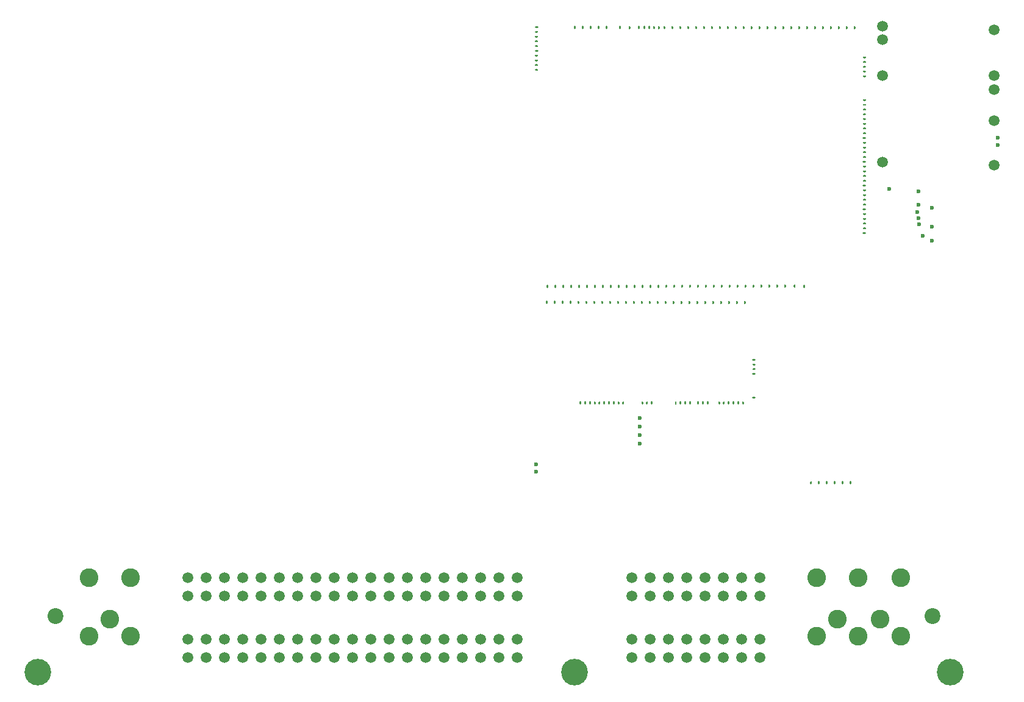
<source format=gbs>
G04 #@! TF.GenerationSoftware,KiCad,Pcbnew,8.0.6-8.0.6-0~ubuntu22.04.1*
G04 #@! TF.CreationDate,2024-11-07T20:55:43+00:00*
G04 #@! TF.ProjectId,lowimp121,6c6f7769-6d70-4313-9231-2e6b69636164,d*
G04 #@! TF.SameCoordinates,PX754d4c0PYd09dc30*
G04 #@! TF.FileFunction,Soldermask,Bot*
G04 #@! TF.FilePolarity,Negative*
%FSLAX46Y46*%
G04 Gerber Fmt 4.6, Leading zero omitted, Abs format (unit mm)*
G04 Created by KiCad (PCBNEW 8.0.6-8.0.6-0~ubuntu22.04.1) date 2024-11-07 20:55:43*
%MOMM*%
%LPD*%
G01*
G04 APERTURE LIST*
%ADD10C,3.700000*%
%ADD11C,2.200000*%
%ADD12C,2.600000*%
%ADD13C,1.500000*%
%ADD14C,0.600000*%
%ADD15C,0.599999*%
G04 APERTURE END LIST*
G04 #@! TO.C,M3*
G36*
G01*
X119104448Y50467198D02*
X118854448Y50467198D01*
G75*
G02*
X118729448Y50592198I0J125000D01*
G01*
X118729448Y50592198D01*
G75*
G02*
X118854448Y50717198I125000J0D01*
G01*
X119104448Y50717198D01*
G75*
G02*
X119229448Y50592198I0J-125000D01*
G01*
X119229448Y50592198D01*
G75*
G02*
X119104448Y50467198I-125000J0D01*
G01*
G37*
G36*
G01*
X119104448Y49807197D02*
X118854448Y49807197D01*
G75*
G02*
X118729448Y49932197I0J125000D01*
G01*
X118729448Y49932197D01*
G75*
G02*
X118854448Y50057197I125000J0D01*
G01*
X119104448Y50057197D01*
G75*
G02*
X119229448Y49932197I0J-125000D01*
G01*
X119229448Y49932197D01*
G75*
G02*
X119104448Y49807197I-125000J0D01*
G01*
G37*
G36*
G01*
X119104448Y49147196D02*
X118854448Y49147196D01*
G75*
G02*
X118729448Y49272196I0J125000D01*
G01*
X118729448Y49272196D01*
G75*
G02*
X118854448Y49397196I125000J0D01*
G01*
X119104448Y49397196D01*
G75*
G02*
X119229448Y49272196I0J-125000D01*
G01*
X119229448Y49272196D01*
G75*
G02*
X119104448Y49147196I-125000J0D01*
G01*
G37*
G36*
G01*
X119104448Y48487195D02*
X118854448Y48487195D01*
G75*
G02*
X118729448Y48612195I0J125000D01*
G01*
X118729448Y48612195D01*
G75*
G02*
X118854448Y48737195I125000J0D01*
G01*
X119104448Y48737195D01*
G75*
G02*
X119229448Y48612195I0J-125000D01*
G01*
X119229448Y48612195D01*
G75*
G02*
X119104448Y48487195I-125000J0D01*
G01*
G37*
G36*
G01*
X119104448Y45187188D02*
X118854448Y45187188D01*
G75*
G02*
X118729448Y45312188I0J125000D01*
G01*
X118729448Y45312188D01*
G75*
G02*
X118854448Y45437188I125000J0D01*
G01*
X119104448Y45437188D01*
G75*
G02*
X119229448Y45312188I0J-125000D01*
G01*
X119229448Y45312188D01*
G75*
G02*
X119104448Y45187188I-125000J0D01*
G01*
G37*
G36*
G01*
X90334446Y58685991D02*
X90334446Y58435991D01*
G75*
G02*
X90209446Y58310991I-125000J0D01*
G01*
X90209446Y58310991D01*
G75*
G02*
X90084446Y58435991I0J125000D01*
G01*
X90084446Y58685991D01*
G75*
G02*
X90209446Y58810991I125000J0D01*
G01*
X90209446Y58810991D01*
G75*
G02*
X90334446Y58685991I0J-125000D01*
G01*
G37*
G36*
G01*
X91184450Y58435991D02*
X91184450Y58685991D01*
G75*
G02*
X91309450Y58810991I125000J0D01*
G01*
X91309450Y58810991D01*
G75*
G02*
X91434450Y58685991I0J-125000D01*
G01*
X91434450Y58435991D01*
G75*
G02*
X91309450Y58310991I-125000J0D01*
G01*
X91309450Y58310991D01*
G75*
G02*
X91184450Y58435991I0J125000D01*
G01*
G37*
G36*
G01*
X92284451Y58435991D02*
X92284451Y58685991D01*
G75*
G02*
X92409451Y58810991I125000J0D01*
G01*
X92409451Y58810991D01*
G75*
G02*
X92534451Y58685991I0J-125000D01*
G01*
X92534451Y58435991D01*
G75*
G02*
X92409451Y58310991I-125000J0D01*
G01*
X92409451Y58310991D01*
G75*
G02*
X92284451Y58435991I0J125000D01*
G01*
G37*
G36*
G01*
X93384448Y58435991D02*
X93384448Y58685991D01*
G75*
G02*
X93509448Y58810991I125000J0D01*
G01*
X93509448Y58810991D01*
G75*
G02*
X93634448Y58685991I0J-125000D01*
G01*
X93634448Y58435991D01*
G75*
G02*
X93509448Y58310991I-125000J0D01*
G01*
X93509448Y58310991D01*
G75*
G02*
X93384448Y58435991I0J125000D01*
G01*
G37*
G36*
G01*
X94484446Y58435991D02*
X94484446Y58685991D01*
G75*
G02*
X94609446Y58810991I125000J0D01*
G01*
X94609446Y58810991D01*
G75*
G02*
X94734446Y58685991I0J-125000D01*
G01*
X94734446Y58435991D01*
G75*
G02*
X94609446Y58310991I-125000J0D01*
G01*
X94609446Y58310991D01*
G75*
G02*
X94484446Y58435991I0J125000D01*
G01*
G37*
G36*
G01*
X95584444Y58435991D02*
X95584444Y58685991D01*
G75*
G02*
X95709444Y58810991I125000J0D01*
G01*
X95709444Y58810991D01*
G75*
G02*
X95834444Y58685991I0J-125000D01*
G01*
X95834444Y58435991D01*
G75*
G02*
X95709444Y58310991I-125000J0D01*
G01*
X95709444Y58310991D01*
G75*
G02*
X95584444Y58435991I0J125000D01*
G01*
G37*
G36*
G01*
X96684442Y58435991D02*
X96684442Y58685991D01*
G75*
G02*
X96809442Y58810991I125000J0D01*
G01*
X96809442Y58810991D01*
G75*
G02*
X96934442Y58685991I0J-125000D01*
G01*
X96934442Y58435991D01*
G75*
G02*
X96809442Y58310991I-125000J0D01*
G01*
X96809442Y58310991D01*
G75*
G02*
X96684442Y58435991I0J125000D01*
G01*
G37*
G36*
G01*
X97784440Y58435991D02*
X97784440Y58685991D01*
G75*
G02*
X97909440Y58810991I125000J0D01*
G01*
X97909440Y58810991D01*
G75*
G02*
X98034440Y58685991I0J-125000D01*
G01*
X98034440Y58435991D01*
G75*
G02*
X97909440Y58310991I-125000J0D01*
G01*
X97909440Y58310991D01*
G75*
G02*
X97784440Y58435991I0J125000D01*
G01*
G37*
G36*
G01*
X98884437Y58435991D02*
X98884437Y58685991D01*
G75*
G02*
X99009437Y58810991I125000J0D01*
G01*
X99009437Y58810991D01*
G75*
G02*
X99134437Y58685991I0J-125000D01*
G01*
X99134437Y58435991D01*
G75*
G02*
X99009437Y58310991I-125000J0D01*
G01*
X99009437Y58310991D01*
G75*
G02*
X98884437Y58435991I0J125000D01*
G01*
G37*
G36*
G01*
X99984435Y58435991D02*
X99984435Y58685991D01*
G75*
G02*
X100109435Y58810991I125000J0D01*
G01*
X100109435Y58810991D01*
G75*
G02*
X100234435Y58685991I0J-125000D01*
G01*
X100234435Y58435991D01*
G75*
G02*
X100109435Y58310991I-125000J0D01*
G01*
X100109435Y58310991D01*
G75*
G02*
X99984435Y58435991I0J125000D01*
G01*
G37*
G36*
G01*
X101084433Y58435991D02*
X101084433Y58685991D01*
G75*
G02*
X101209433Y58810991I125000J0D01*
G01*
X101209433Y58810991D01*
G75*
G02*
X101334433Y58685991I0J-125000D01*
G01*
X101334433Y58435991D01*
G75*
G02*
X101209433Y58310991I-125000J0D01*
G01*
X101209433Y58310991D01*
G75*
G02*
X101084433Y58435991I0J125000D01*
G01*
G37*
G36*
G01*
X102184431Y58435991D02*
X102184431Y58685991D01*
G75*
G02*
X102309431Y58810991I125000J0D01*
G01*
X102309431Y58810991D01*
G75*
G02*
X102434431Y58685991I0J-125000D01*
G01*
X102434431Y58435991D01*
G75*
G02*
X102309431Y58310991I-125000J0D01*
G01*
X102309431Y58310991D01*
G75*
G02*
X102184431Y58435991I0J125000D01*
G01*
G37*
G36*
G01*
X103284429Y58435991D02*
X103284429Y58685991D01*
G75*
G02*
X103409429Y58810991I125000J0D01*
G01*
X103409429Y58810991D01*
G75*
G02*
X103534429Y58685991I0J-125000D01*
G01*
X103534429Y58435991D01*
G75*
G02*
X103409429Y58310991I-125000J0D01*
G01*
X103409429Y58310991D01*
G75*
G02*
X103284429Y58435991I0J125000D01*
G01*
G37*
G36*
G01*
X104384426Y58435991D02*
X104384426Y58685991D01*
G75*
G02*
X104509426Y58810991I125000J0D01*
G01*
X104509426Y58810991D01*
G75*
G02*
X104634426Y58685991I0J-125000D01*
G01*
X104634426Y58435991D01*
G75*
G02*
X104509426Y58310991I-125000J0D01*
G01*
X104509426Y58310991D01*
G75*
G02*
X104384426Y58435991I0J125000D01*
G01*
G37*
G36*
G01*
X105484424Y58435991D02*
X105484424Y58685991D01*
G75*
G02*
X105609424Y58810991I125000J0D01*
G01*
X105609424Y58810991D01*
G75*
G02*
X105734424Y58685991I0J-125000D01*
G01*
X105734424Y58435991D01*
G75*
G02*
X105609424Y58310991I-125000J0D01*
G01*
X105609424Y58310991D01*
G75*
G02*
X105484424Y58435991I0J125000D01*
G01*
G37*
G36*
G01*
X106584422Y58435991D02*
X106584422Y58685991D01*
G75*
G02*
X106709422Y58810991I125000J0D01*
G01*
X106709422Y58810991D01*
G75*
G02*
X106834422Y58685991I0J-125000D01*
G01*
X106834422Y58435991D01*
G75*
G02*
X106709422Y58310991I-125000J0D01*
G01*
X106709422Y58310991D01*
G75*
G02*
X106584422Y58435991I0J125000D01*
G01*
G37*
G36*
G01*
X107684420Y58435991D02*
X107684420Y58685991D01*
G75*
G02*
X107809420Y58810991I125000J0D01*
G01*
X107809420Y58810991D01*
G75*
G02*
X107934420Y58685991I0J-125000D01*
G01*
X107934420Y58435991D01*
G75*
G02*
X107809420Y58310991I-125000J0D01*
G01*
X107809420Y58310991D01*
G75*
G02*
X107684420Y58435991I0J125000D01*
G01*
G37*
G36*
G01*
X108784418Y58435991D02*
X108784418Y58685991D01*
G75*
G02*
X108909418Y58810991I125000J0D01*
G01*
X108909418Y58810991D01*
G75*
G02*
X109034418Y58685991I0J-125000D01*
G01*
X109034418Y58435991D01*
G75*
G02*
X108909418Y58310991I-125000J0D01*
G01*
X108909418Y58310991D01*
G75*
G02*
X108784418Y58435991I0J125000D01*
G01*
G37*
G36*
G01*
X109884415Y58435991D02*
X109884415Y58685991D01*
G75*
G02*
X110009415Y58810991I125000J0D01*
G01*
X110009415Y58810991D01*
G75*
G02*
X110134415Y58685991I0J-125000D01*
G01*
X110134415Y58435991D01*
G75*
G02*
X110009415Y58310991I-125000J0D01*
G01*
X110009415Y58310991D01*
G75*
G02*
X109884415Y58435991I0J125000D01*
G01*
G37*
G36*
G01*
X110984413Y58435991D02*
X110984413Y58685991D01*
G75*
G02*
X111109413Y58810991I125000J0D01*
G01*
X111109413Y58810991D01*
G75*
G02*
X111234413Y58685991I0J-125000D01*
G01*
X111234413Y58435991D01*
G75*
G02*
X111109413Y58310991I-125000J0D01*
G01*
X111109413Y58310991D01*
G75*
G02*
X110984413Y58435991I0J125000D01*
G01*
G37*
G36*
G01*
X112084411Y58435991D02*
X112084411Y58685991D01*
G75*
G02*
X112209411Y58810991I125000J0D01*
G01*
X112209411Y58810991D01*
G75*
G02*
X112334411Y58685991I0J-125000D01*
G01*
X112334411Y58435991D01*
G75*
G02*
X112209411Y58310991I-125000J0D01*
G01*
X112209411Y58310991D01*
G75*
G02*
X112084411Y58435991I0J125000D01*
G01*
G37*
G36*
G01*
X113184409Y58435991D02*
X113184409Y58685991D01*
G75*
G02*
X113309409Y58810991I125000J0D01*
G01*
X113309409Y58810991D01*
G75*
G02*
X113434409Y58685991I0J-125000D01*
G01*
X113434409Y58435991D01*
G75*
G02*
X113309409Y58310991I-125000J0D01*
G01*
X113309409Y58310991D01*
G75*
G02*
X113184409Y58435991I0J125000D01*
G01*
G37*
G36*
G01*
X114284407Y58435991D02*
X114284407Y58685991D01*
G75*
G02*
X114409407Y58810991I125000J0D01*
G01*
X114409407Y58810991D01*
G75*
G02*
X114534407Y58685991I0J-125000D01*
G01*
X114534407Y58435991D01*
G75*
G02*
X114409407Y58310991I-125000J0D01*
G01*
X114409407Y58310991D01*
G75*
G02*
X114284407Y58435991I0J125000D01*
G01*
G37*
G36*
G01*
X115384404Y58435991D02*
X115384404Y58685991D01*
G75*
G02*
X115509404Y58810991I125000J0D01*
G01*
X115509404Y58810991D01*
G75*
G02*
X115634404Y58685991I0J-125000D01*
G01*
X115634404Y58435991D01*
G75*
G02*
X115509404Y58310991I-125000J0D01*
G01*
X115509404Y58310991D01*
G75*
G02*
X115384404Y58435991I0J125000D01*
G01*
G37*
G36*
G01*
X116484402Y58435991D02*
X116484402Y58685991D01*
G75*
G02*
X116609402Y58810991I125000J0D01*
G01*
X116609402Y58810991D01*
G75*
G02*
X116734402Y58685991I0J-125000D01*
G01*
X116734402Y58435991D01*
G75*
G02*
X116609402Y58310991I-125000J0D01*
G01*
X116609402Y58310991D01*
G75*
G02*
X116484402Y58435991I0J125000D01*
G01*
G37*
G36*
G01*
X117584400Y58435991D02*
X117584400Y58685991D01*
G75*
G02*
X117709400Y58810991I125000J0D01*
G01*
X117709400Y58810991D01*
G75*
G02*
X117834400Y58685991I0J-125000D01*
G01*
X117834400Y58435991D01*
G75*
G02*
X117709400Y58310991I-125000J0D01*
G01*
X117709400Y58310991D01*
G75*
G02*
X117584400Y58435991I0J125000D01*
G01*
G37*
G36*
G01*
X117333456Y44473992D02*
X117333456Y44723992D01*
G75*
G02*
X117458456Y44848992I125000J0D01*
G01*
X117458456Y44848992D01*
G75*
G02*
X117583456Y44723992I0J-125000D01*
G01*
X117583456Y44473992D01*
G75*
G02*
X117458456Y44348992I-125000J0D01*
G01*
X117458456Y44348992D01*
G75*
G02*
X117333456Y44473992I0J125000D01*
G01*
G37*
G36*
G01*
X116673454Y44473992D02*
X116673454Y44723992D01*
G75*
G02*
X116798454Y44848992I125000J0D01*
G01*
X116798454Y44848992D01*
G75*
G02*
X116923454Y44723992I0J-125000D01*
G01*
X116923454Y44473992D01*
G75*
G02*
X116798454Y44348992I-125000J0D01*
G01*
X116798454Y44348992D01*
G75*
G02*
X116673454Y44473992I0J125000D01*
G01*
G37*
G36*
G01*
X116013453Y44473992D02*
X116013453Y44723992D01*
G75*
G02*
X116138453Y44848992I125000J0D01*
G01*
X116138453Y44848992D01*
G75*
G02*
X116263453Y44723992I0J-125000D01*
G01*
X116263453Y44473992D01*
G75*
G02*
X116138453Y44348992I-125000J0D01*
G01*
X116138453Y44348992D01*
G75*
G02*
X116013453Y44473992I0J125000D01*
G01*
G37*
G36*
G01*
X115353452Y44473992D02*
X115353452Y44723992D01*
G75*
G02*
X115478452Y44848992I125000J0D01*
G01*
X115478452Y44848992D01*
G75*
G02*
X115603452Y44723992I0J-125000D01*
G01*
X115603452Y44473992D01*
G75*
G02*
X115478452Y44348992I-125000J0D01*
G01*
X115478452Y44348992D01*
G75*
G02*
X115353452Y44473992I0J125000D01*
G01*
G37*
G36*
G01*
X114693451Y44473992D02*
X114693451Y44723992D01*
G75*
G02*
X114818451Y44848992I125000J0D01*
G01*
X114818451Y44848992D01*
G75*
G02*
X114943451Y44723992I0J-125000D01*
G01*
X114943451Y44473992D01*
G75*
G02*
X114818451Y44348992I-125000J0D01*
G01*
X114818451Y44348992D01*
G75*
G02*
X114693451Y44473992I0J125000D01*
G01*
G37*
G36*
G01*
X114033449Y44473992D02*
X114033449Y44723992D01*
G75*
G02*
X114158449Y44848992I125000J0D01*
G01*
X114158449Y44848992D01*
G75*
G02*
X114283449Y44723992I0J-125000D01*
G01*
X114283449Y44473992D01*
G75*
G02*
X114158449Y44348992I-125000J0D01*
G01*
X114158449Y44348992D01*
G75*
G02*
X114033449Y44473992I0J125000D01*
G01*
G37*
G36*
G01*
X112432452Y44473992D02*
X112432452Y44723992D01*
G75*
G02*
X112557452Y44848992I125000J0D01*
G01*
X112557452Y44848992D01*
G75*
G02*
X112682452Y44723992I0J-125000D01*
G01*
X112682452Y44473992D01*
G75*
G02*
X112557452Y44348992I-125000J0D01*
G01*
X112557452Y44348992D01*
G75*
G02*
X112432452Y44473992I0J125000D01*
G01*
G37*
G36*
G01*
X111772451Y44473992D02*
X111772451Y44723992D01*
G75*
G02*
X111897451Y44848992I125000J0D01*
G01*
X111897451Y44848992D01*
G75*
G02*
X112022451Y44723992I0J-125000D01*
G01*
X112022451Y44473992D01*
G75*
G02*
X111897451Y44348992I-125000J0D01*
G01*
X111897451Y44348992D01*
G75*
G02*
X111772451Y44473992I0J125000D01*
G01*
G37*
G36*
G01*
X111112449Y44473992D02*
X111112449Y44723992D01*
G75*
G02*
X111237449Y44848992I125000J0D01*
G01*
X111237449Y44848992D01*
G75*
G02*
X111362449Y44723992I0J-125000D01*
G01*
X111362449Y44473992D01*
G75*
G02*
X111237449Y44348992I-125000J0D01*
G01*
X111237449Y44348992D01*
G75*
G02*
X111112449Y44473992I0J125000D01*
G01*
G37*
G36*
G01*
X109991550Y44473992D02*
X109991550Y44723992D01*
G75*
G02*
X110116550Y44848992I125000J0D01*
G01*
X110116550Y44848992D01*
G75*
G02*
X110241550Y44723992I0J-125000D01*
G01*
X110241550Y44473992D01*
G75*
G02*
X110116550Y44348992I-125000J0D01*
G01*
X110116550Y44348992D01*
G75*
G02*
X109991550Y44473992I0J125000D01*
G01*
G37*
G36*
G01*
X109331549Y44473992D02*
X109331549Y44723992D01*
G75*
G02*
X109456549Y44848992I125000J0D01*
G01*
X109456549Y44848992D01*
G75*
G02*
X109581549Y44723992I0J-125000D01*
G01*
X109581549Y44473992D01*
G75*
G02*
X109456549Y44348992I-125000J0D01*
G01*
X109456549Y44348992D01*
G75*
G02*
X109331549Y44473992I0J125000D01*
G01*
G37*
G36*
G01*
X108671548Y44473992D02*
X108671548Y44723992D01*
G75*
G02*
X108796548Y44848992I125000J0D01*
G01*
X108796548Y44848992D01*
G75*
G02*
X108921548Y44723992I0J-125000D01*
G01*
X108921548Y44473992D01*
G75*
G02*
X108796548Y44348992I-125000J0D01*
G01*
X108796548Y44348992D01*
G75*
G02*
X108671548Y44473992I0J125000D01*
G01*
G37*
G36*
G01*
X108011546Y44473992D02*
X108011546Y44723992D01*
G75*
G02*
X108136546Y44848992I125000J0D01*
G01*
X108136546Y44848992D01*
G75*
G02*
X108261546Y44723992I0J-125000D01*
G01*
X108261546Y44473992D01*
G75*
G02*
X108136546Y44348992I-125000J0D01*
G01*
X108136546Y44348992D01*
G75*
G02*
X108011546Y44473992I0J125000D01*
G01*
G37*
G36*
G01*
X104685452Y44473992D02*
X104685452Y44723992D01*
G75*
G02*
X104810452Y44848992I125000J0D01*
G01*
X104810452Y44848992D01*
G75*
G02*
X104935452Y44723992I0J-125000D01*
G01*
X104935452Y44473992D01*
G75*
G02*
X104810452Y44348992I-125000J0D01*
G01*
X104810452Y44348992D01*
G75*
G02*
X104685452Y44473992I0J125000D01*
G01*
G37*
G36*
G01*
X104025451Y44473992D02*
X104025451Y44723992D01*
G75*
G02*
X104150451Y44848992I125000J0D01*
G01*
X104150451Y44848992D01*
G75*
G02*
X104275451Y44723992I0J-125000D01*
G01*
X104275451Y44473992D01*
G75*
G02*
X104150451Y44348992I-125000J0D01*
G01*
X104150451Y44348992D01*
G75*
G02*
X104025451Y44473992I0J125000D01*
G01*
G37*
G36*
G01*
X103365449Y44473992D02*
X103365449Y44723992D01*
G75*
G02*
X103490449Y44848992I125000J0D01*
G01*
X103490449Y44848992D01*
G75*
G02*
X103615449Y44723992I0J-125000D01*
G01*
X103615449Y44473992D01*
G75*
G02*
X103490449Y44348992I-125000J0D01*
G01*
X103490449Y44348992D01*
G75*
G02*
X103365449Y44473992I0J125000D01*
G01*
G37*
G36*
G01*
X100719458Y44473992D02*
X100719458Y44723992D01*
G75*
G02*
X100844458Y44848992I125000J0D01*
G01*
X100844458Y44848992D01*
G75*
G02*
X100969458Y44723992I0J-125000D01*
G01*
X100969458Y44473992D01*
G75*
G02*
X100844458Y44348992I-125000J0D01*
G01*
X100844458Y44348992D01*
G75*
G02*
X100719458Y44473992I0J125000D01*
G01*
G37*
G36*
G01*
X100059457Y44473992D02*
X100059457Y44723992D01*
G75*
G02*
X100184457Y44848992I125000J0D01*
G01*
X100184457Y44848992D01*
G75*
G02*
X100309457Y44723992I0J-125000D01*
G01*
X100309457Y44473992D01*
G75*
G02*
X100184457Y44348992I-125000J0D01*
G01*
X100184457Y44348992D01*
G75*
G02*
X100059457Y44473992I0J125000D01*
G01*
G37*
G36*
G01*
X99399455Y44473992D02*
X99399455Y44723992D01*
G75*
G02*
X99524455Y44848992I125000J0D01*
G01*
X99524455Y44848992D01*
G75*
G02*
X99649455Y44723992I0J-125000D01*
G01*
X99649455Y44473992D01*
G75*
G02*
X99524455Y44348992I-125000J0D01*
G01*
X99524455Y44348992D01*
G75*
G02*
X99399455Y44473992I0J125000D01*
G01*
G37*
G36*
G01*
X98739454Y44473992D02*
X98739454Y44723992D01*
G75*
G02*
X98864454Y44848992I125000J0D01*
G01*
X98864454Y44848992D01*
G75*
G02*
X98989454Y44723992I0J-125000D01*
G01*
X98989454Y44473992D01*
G75*
G02*
X98864454Y44348992I-125000J0D01*
G01*
X98864454Y44348992D01*
G75*
G02*
X98739454Y44473992I0J125000D01*
G01*
G37*
G36*
G01*
X98079453Y44473992D02*
X98079453Y44723992D01*
G75*
G02*
X98204453Y44848992I125000J0D01*
G01*
X98204453Y44848992D01*
G75*
G02*
X98329453Y44723992I0J-125000D01*
G01*
X98329453Y44473992D01*
G75*
G02*
X98204453Y44348992I-125000J0D01*
G01*
X98204453Y44348992D01*
G75*
G02*
X98079453Y44473992I0J125000D01*
G01*
G37*
G36*
G01*
X97419452Y44473992D02*
X97419452Y44723992D01*
G75*
G02*
X97544452Y44848992I125000J0D01*
G01*
X97544452Y44848992D01*
G75*
G02*
X97669452Y44723992I0J-125000D01*
G01*
X97669452Y44473992D01*
G75*
G02*
X97544452Y44348992I-125000J0D01*
G01*
X97544452Y44348992D01*
G75*
G02*
X97419452Y44473992I0J125000D01*
G01*
G37*
G36*
G01*
X96759450Y44473992D02*
X96759450Y44723992D01*
G75*
G02*
X96884450Y44848992I125000J0D01*
G01*
X96884450Y44848992D01*
G75*
G02*
X97009450Y44723992I0J-125000D01*
G01*
X97009450Y44473992D01*
G75*
G02*
X96884450Y44348992I-125000J0D01*
G01*
X96884450Y44348992D01*
G75*
G02*
X96759450Y44473992I0J125000D01*
G01*
G37*
G36*
G01*
X96099449Y44473992D02*
X96099449Y44723992D01*
G75*
G02*
X96224449Y44848992I125000J0D01*
G01*
X96224449Y44848992D01*
G75*
G02*
X96349449Y44723992I0J-125000D01*
G01*
X96349449Y44473992D01*
G75*
G02*
X96224449Y44348992I-125000J0D01*
G01*
X96224449Y44348992D01*
G75*
G02*
X96099449Y44473992I0J125000D01*
G01*
G37*
G36*
G01*
X95439448Y44473992D02*
X95439448Y44723992D01*
G75*
G02*
X95564448Y44848992I125000J0D01*
G01*
X95564448Y44848992D01*
G75*
G02*
X95689448Y44723992I0J-125000D01*
G01*
X95689448Y44473992D01*
G75*
G02*
X95564448Y44348992I-125000J0D01*
G01*
X95564448Y44348992D01*
G75*
G02*
X95439448Y44473992I0J125000D01*
G01*
G37*
G36*
G01*
X94779446Y44473992D02*
X94779446Y44723992D01*
G75*
G02*
X94904446Y44848992I125000J0D01*
G01*
X94904446Y44848992D01*
G75*
G02*
X95029446Y44723992I0J-125000D01*
G01*
X95029446Y44473992D01*
G75*
G02*
X94904446Y44348992I-125000J0D01*
G01*
X94904446Y44348992D01*
G75*
G02*
X94779446Y44473992I0J125000D01*
G01*
G37*
G04 #@! TD*
D10*
G04 #@! TO.C,P2*
X146260000Y7210000D03*
D11*
X143810000Y15010000D03*
D10*
X94060000Y7210000D03*
D11*
X22010000Y15010000D03*
D10*
X19560000Y7210000D03*
D12*
X26660000Y12210000D03*
X32460000Y12210000D03*
X29560000Y14540000D03*
X26660000Y20340000D03*
X32460000Y20340000D03*
D13*
X86080000Y20340000D03*
X83540000Y20340000D03*
X81000000Y20340000D03*
X78460000Y20340000D03*
X75920000Y20340000D03*
X73380000Y20340000D03*
X70840000Y20340000D03*
X68300000Y20340000D03*
X65760000Y20340000D03*
X63220000Y20340000D03*
X60680000Y20340000D03*
X58140000Y20340000D03*
X55600000Y20340000D03*
X53060000Y20340000D03*
X50520000Y20340000D03*
X47980000Y20340000D03*
X45440000Y20340000D03*
X42900000Y20340000D03*
X40360000Y20340000D03*
X86080000Y17800000D03*
X83540000Y17800000D03*
X81000000Y17800000D03*
X78460000Y17800000D03*
X75920000Y17800000D03*
X73380000Y17800000D03*
X70840000Y17800000D03*
X68300000Y17800000D03*
X65760000Y17800000D03*
X63220000Y17800000D03*
X60680000Y17800000D03*
X58140000Y17800000D03*
X55600000Y17800000D03*
X53060000Y17800000D03*
X50520000Y17800000D03*
X47980000Y17800000D03*
X45440000Y17800000D03*
X42900000Y17800000D03*
X40360000Y17800000D03*
X86080000Y11750000D03*
X83540000Y11750000D03*
X81000000Y11750000D03*
X78460000Y11750000D03*
X75920000Y11750000D03*
X73380000Y11750000D03*
X70840000Y11750000D03*
X68300000Y11750000D03*
X65760000Y11750000D03*
X63220000Y11750000D03*
X60680000Y11750000D03*
X58140000Y11750000D03*
X55600000Y11750000D03*
X53060000Y11750000D03*
X50520000Y11750000D03*
X47980000Y11750000D03*
X45440000Y11750000D03*
X42900000Y11750000D03*
X40360000Y11750000D03*
X86080000Y9210000D03*
X83540000Y9210000D03*
X81000000Y9210000D03*
X78460000Y9210000D03*
X75920000Y9210000D03*
X73380000Y9210000D03*
X70840000Y9210000D03*
X68300000Y9210000D03*
X65760000Y9210000D03*
X63220000Y9210000D03*
X60680000Y9210000D03*
X58140000Y9210000D03*
X55600000Y9210000D03*
X53060000Y9210000D03*
X50520000Y9210000D03*
X47980000Y9210000D03*
X45440000Y9210000D03*
X42900000Y9210000D03*
X40360000Y9210000D03*
X102050000Y9210000D03*
X104590000Y9210000D03*
X107130000Y9210000D03*
X109670000Y9210000D03*
X112210000Y9210000D03*
X114750000Y9210000D03*
X117290000Y9210000D03*
X119830000Y9210000D03*
X102050000Y11750000D03*
X104590000Y11750000D03*
X107130000Y11750000D03*
X109670000Y11750000D03*
X112210000Y11750000D03*
X114750000Y11750000D03*
X117290000Y11750000D03*
X119830000Y11750000D03*
X102050000Y17800000D03*
X104590000Y17800000D03*
X107130000Y17800000D03*
X109670000Y17800000D03*
X112210000Y17800000D03*
X114750000Y17800000D03*
X117290000Y17800000D03*
X119830000Y17800000D03*
X102050000Y20340000D03*
X104590000Y20340000D03*
X107130000Y20340000D03*
X109670000Y20340000D03*
X112210000Y20340000D03*
X114750000Y20340000D03*
X117290000Y20340000D03*
X119830000Y20340000D03*
D12*
X127660000Y12210000D03*
X133460000Y12210000D03*
X139360000Y12210000D03*
X130560000Y14540000D03*
X136460000Y14540000D03*
X127660000Y20340000D03*
X133460000Y20340000D03*
X139360000Y20340000D03*
G04 #@! TD*
G04 #@! TO.C,M4*
G36*
G01*
X134456444Y92486109D02*
X134206444Y92486109D01*
G75*
G02*
X134081444Y92611109I0J125000D01*
G01*
X134081444Y92611109D01*
G75*
G02*
X134206444Y92736109I125000J0D01*
G01*
X134456444Y92736109D01*
G75*
G02*
X134581444Y92611109I0J-125000D01*
G01*
X134581444Y92611109D01*
G75*
G02*
X134456444Y92486109I-125000J0D01*
G01*
G37*
G36*
G01*
X134206444Y92076111D02*
X134456444Y92076111D01*
G75*
G02*
X134581444Y91951111I0J-125000D01*
G01*
X134581444Y91951111D01*
G75*
G02*
X134456444Y91826111I-125000J0D01*
G01*
X134206444Y91826111D01*
G75*
G02*
X134081444Y91951111I0J125000D01*
G01*
X134081444Y91951111D01*
G75*
G02*
X134206444Y92076111I125000J0D01*
G01*
G37*
G36*
G01*
X134206444Y91416106D02*
X134456444Y91416106D01*
G75*
G02*
X134581444Y91291106I0J-125000D01*
G01*
X134581444Y91291106D01*
G75*
G02*
X134456444Y91166106I-125000J0D01*
G01*
X134206444Y91166106D01*
G75*
G02*
X134081444Y91291106I0J125000D01*
G01*
X134081444Y91291106D01*
G75*
G02*
X134206444Y91416106I125000J0D01*
G01*
G37*
G36*
G01*
X134206444Y90756111D02*
X134456444Y90756111D01*
G75*
G02*
X134581444Y90631111I0J-125000D01*
G01*
X134581444Y90631111D01*
G75*
G02*
X134456444Y90506111I-125000J0D01*
G01*
X134206444Y90506111D01*
G75*
G02*
X134081444Y90631111I0J125000D01*
G01*
X134081444Y90631111D01*
G75*
G02*
X134206444Y90756111I125000J0D01*
G01*
G37*
G36*
G01*
X134206444Y90096109D02*
X134456444Y90096109D01*
G75*
G02*
X134581444Y89971109I0J-125000D01*
G01*
X134581444Y89971109D01*
G75*
G02*
X134456444Y89846109I-125000J0D01*
G01*
X134206444Y89846109D01*
G75*
G02*
X134081444Y89971109I0J125000D01*
G01*
X134081444Y89971109D01*
G75*
G02*
X134206444Y90096109I125000J0D01*
G01*
G37*
G36*
G01*
X134206444Y86796108D02*
X134456444Y86796108D01*
G75*
G02*
X134581444Y86671108I0J-125000D01*
G01*
X134581444Y86671108D01*
G75*
G02*
X134456444Y86546108I-125000J0D01*
G01*
X134206444Y86546108D01*
G75*
G02*
X134081444Y86671108I0J125000D01*
G01*
X134081444Y86671108D01*
G75*
G02*
X134206444Y86796108I125000J0D01*
G01*
G37*
G36*
G01*
X134206444Y86136107D02*
X134456444Y86136107D01*
G75*
G02*
X134581444Y86011107I0J-125000D01*
G01*
X134581444Y86011107D01*
G75*
G02*
X134456444Y85886107I-125000J0D01*
G01*
X134206444Y85886107D01*
G75*
G02*
X134081444Y86011107I0J125000D01*
G01*
X134081444Y86011107D01*
G75*
G02*
X134206444Y86136107I125000J0D01*
G01*
G37*
G36*
G01*
X134206444Y85476105D02*
X134456444Y85476105D01*
G75*
G02*
X134581444Y85351105I0J-125000D01*
G01*
X134581444Y85351105D01*
G75*
G02*
X134456444Y85226105I-125000J0D01*
G01*
X134206444Y85226105D01*
G75*
G02*
X134081444Y85351105I0J125000D01*
G01*
X134081444Y85351105D01*
G75*
G02*
X134206444Y85476105I125000J0D01*
G01*
G37*
G36*
G01*
X134206444Y84816107D02*
X134456444Y84816107D01*
G75*
G02*
X134581444Y84691107I0J-125000D01*
G01*
X134581444Y84691107D01*
G75*
G02*
X134456444Y84566107I-125000J0D01*
G01*
X134206444Y84566107D01*
G75*
G02*
X134081444Y84691107I0J125000D01*
G01*
X134081444Y84691107D01*
G75*
G02*
X134206444Y84816107I125000J0D01*
G01*
G37*
G36*
G01*
X134206444Y84156105D02*
X134456444Y84156105D01*
G75*
G02*
X134581444Y84031105I0J-125000D01*
G01*
X134581444Y84031105D01*
G75*
G02*
X134456444Y83906105I-125000J0D01*
G01*
X134206444Y83906105D01*
G75*
G02*
X134081444Y84031105I0J125000D01*
G01*
X134081444Y84031105D01*
G75*
G02*
X134206444Y84156105I125000J0D01*
G01*
G37*
G36*
G01*
X134206444Y83496107D02*
X134456444Y83496107D01*
G75*
G02*
X134581444Y83371107I0J-125000D01*
G01*
X134581444Y83371107D01*
G75*
G02*
X134456444Y83246107I-125000J0D01*
G01*
X134206444Y83246107D01*
G75*
G02*
X134081444Y83371107I0J125000D01*
G01*
X134081444Y83371107D01*
G75*
G02*
X134206444Y83496107I125000J0D01*
G01*
G37*
G36*
G01*
X134206444Y82836106D02*
X134456444Y82836106D01*
G75*
G02*
X134581444Y82711106I0J-125000D01*
G01*
X134581444Y82711106D01*
G75*
G02*
X134456444Y82586106I-125000J0D01*
G01*
X134206444Y82586106D01*
G75*
G02*
X134081444Y82711106I0J125000D01*
G01*
X134081444Y82711106D01*
G75*
G02*
X134206444Y82836106I125000J0D01*
G01*
G37*
G36*
G01*
X134206444Y82176107D02*
X134456444Y82176107D01*
G75*
G02*
X134581444Y82051107I0J-125000D01*
G01*
X134581444Y82051107D01*
G75*
G02*
X134456444Y81926107I-125000J0D01*
G01*
X134206444Y81926107D01*
G75*
G02*
X134081444Y82051107I0J125000D01*
G01*
X134081444Y82051107D01*
G75*
G02*
X134206444Y82176107I125000J0D01*
G01*
G37*
G36*
G01*
X134206444Y81516106D02*
X134456444Y81516106D01*
G75*
G02*
X134581444Y81391106I0J-125000D01*
G01*
X134581444Y81391106D01*
G75*
G02*
X134456444Y81266106I-125000J0D01*
G01*
X134206444Y81266106D01*
G75*
G02*
X134081444Y81391106I0J125000D01*
G01*
X134081444Y81391106D01*
G75*
G02*
X134206444Y81516106I125000J0D01*
G01*
G37*
G36*
G01*
X134206444Y80856107D02*
X134456444Y80856107D01*
G75*
G02*
X134581444Y80731107I0J-125000D01*
G01*
X134581444Y80731107D01*
G75*
G02*
X134456444Y80606107I-125000J0D01*
G01*
X134206444Y80606107D01*
G75*
G02*
X134081444Y80731107I0J125000D01*
G01*
X134081444Y80731107D01*
G75*
G02*
X134206444Y80856107I125000J0D01*
G01*
G37*
G36*
G01*
X134206444Y80196106D02*
X134456444Y80196106D01*
G75*
G02*
X134581444Y80071106I0J-125000D01*
G01*
X134581444Y80071106D01*
G75*
G02*
X134456444Y79946106I-125000J0D01*
G01*
X134206444Y79946106D01*
G75*
G02*
X134081444Y80071106I0J125000D01*
G01*
X134081444Y80071106D01*
G75*
G02*
X134206444Y80196106I125000J0D01*
G01*
G37*
G36*
G01*
X134206444Y79536107D02*
X134456444Y79536107D01*
G75*
G02*
X134581444Y79411107I0J-125000D01*
G01*
X134581444Y79411107D01*
G75*
G02*
X134456444Y79286107I-125000J0D01*
G01*
X134206444Y79286107D01*
G75*
G02*
X134081444Y79411107I0J125000D01*
G01*
X134081444Y79411107D01*
G75*
G02*
X134206444Y79536107I125000J0D01*
G01*
G37*
G36*
G01*
X134206444Y78876106D02*
X134456444Y78876106D01*
G75*
G02*
X134581444Y78751106I0J-125000D01*
G01*
X134581444Y78751106D01*
G75*
G02*
X134456444Y78626106I-125000J0D01*
G01*
X134206444Y78626106D01*
G75*
G02*
X134081444Y78751106I0J125000D01*
G01*
X134081444Y78751106D01*
G75*
G02*
X134206444Y78876106I125000J0D01*
G01*
G37*
G36*
G01*
X134206444Y78216107D02*
X134456444Y78216107D01*
G75*
G02*
X134581444Y78091107I0J-125000D01*
G01*
X134581444Y78091107D01*
G75*
G02*
X134456444Y77966107I-125000J0D01*
G01*
X134206444Y77966107D01*
G75*
G02*
X134081444Y78091107I0J125000D01*
G01*
X134081444Y78091107D01*
G75*
G02*
X134206444Y78216107I125000J0D01*
G01*
G37*
G36*
G01*
X134206444Y77556106D02*
X134456444Y77556106D01*
G75*
G02*
X134581444Y77431106I0J-125000D01*
G01*
X134581444Y77431106D01*
G75*
G02*
X134456444Y77306106I-125000J0D01*
G01*
X134206444Y77306106D01*
G75*
G02*
X134081444Y77431106I0J125000D01*
G01*
X134081444Y77431106D01*
G75*
G02*
X134206444Y77556106I125000J0D01*
G01*
G37*
G36*
G01*
X134206444Y76896107D02*
X134456444Y76896107D01*
G75*
G02*
X134581444Y76771107I0J-125000D01*
G01*
X134581444Y76771107D01*
G75*
G02*
X134456444Y76646107I-125000J0D01*
G01*
X134206444Y76646107D01*
G75*
G02*
X134081444Y76771107I0J125000D01*
G01*
X134081444Y76771107D01*
G75*
G02*
X134206444Y76896107I125000J0D01*
G01*
G37*
G36*
G01*
X134206444Y76236106D02*
X134456444Y76236106D01*
G75*
G02*
X134581444Y76111106I0J-125000D01*
G01*
X134581444Y76111106D01*
G75*
G02*
X134456444Y75986106I-125000J0D01*
G01*
X134206444Y75986106D01*
G75*
G02*
X134081444Y76111106I0J125000D01*
G01*
X134081444Y76111106D01*
G75*
G02*
X134206444Y76236106I125000J0D01*
G01*
G37*
G36*
G01*
X134206444Y75576107D02*
X134456444Y75576107D01*
G75*
G02*
X134581444Y75451107I0J-125000D01*
G01*
X134581444Y75451107D01*
G75*
G02*
X134456444Y75326107I-125000J0D01*
G01*
X134206444Y75326107D01*
G75*
G02*
X134081444Y75451107I0J125000D01*
G01*
X134081444Y75451107D01*
G75*
G02*
X134206444Y75576107I125000J0D01*
G01*
G37*
G36*
G01*
X134206444Y74916106D02*
X134456444Y74916106D01*
G75*
G02*
X134581444Y74791106I0J-125000D01*
G01*
X134581444Y74791106D01*
G75*
G02*
X134456444Y74666106I-125000J0D01*
G01*
X134206444Y74666106D01*
G75*
G02*
X134081444Y74791106I0J125000D01*
G01*
X134081444Y74791106D01*
G75*
G02*
X134206444Y74916106I125000J0D01*
G01*
G37*
G36*
G01*
X134206444Y74256107D02*
X134456444Y74256107D01*
G75*
G02*
X134581444Y74131107I0J-125000D01*
G01*
X134581444Y74131107D01*
G75*
G02*
X134456444Y74006107I-125000J0D01*
G01*
X134206444Y74006107D01*
G75*
G02*
X134081444Y74131107I0J125000D01*
G01*
X134081444Y74131107D01*
G75*
G02*
X134206444Y74256107I125000J0D01*
G01*
G37*
G36*
G01*
X134206444Y73596106D02*
X134456444Y73596106D01*
G75*
G02*
X134581444Y73471106I0J-125000D01*
G01*
X134581444Y73471106D01*
G75*
G02*
X134456444Y73346106I-125000J0D01*
G01*
X134206444Y73346106D01*
G75*
G02*
X134081444Y73471106I0J125000D01*
G01*
X134081444Y73471106D01*
G75*
G02*
X134206444Y73596106I125000J0D01*
G01*
G37*
G36*
G01*
X134206444Y72936108D02*
X134456444Y72936108D01*
G75*
G02*
X134581444Y72811108I0J-125000D01*
G01*
X134581444Y72811108D01*
G75*
G02*
X134456444Y72686108I-125000J0D01*
G01*
X134206444Y72686108D01*
G75*
G02*
X134081444Y72811108I0J125000D01*
G01*
X134081444Y72811108D01*
G75*
G02*
X134206444Y72936108I125000J0D01*
G01*
G37*
G36*
G01*
X134206444Y72276106D02*
X134456444Y72276106D01*
G75*
G02*
X134581444Y72151106I0J-125000D01*
G01*
X134581444Y72151106D01*
G75*
G02*
X134456444Y72026106I-125000J0D01*
G01*
X134206444Y72026106D01*
G75*
G02*
X134081444Y72151106I0J125000D01*
G01*
X134081444Y72151106D01*
G75*
G02*
X134206444Y72276106I125000J0D01*
G01*
G37*
G36*
G01*
X134206444Y71616108D02*
X134456444Y71616108D01*
G75*
G02*
X134581444Y71491108I0J-125000D01*
G01*
X134581444Y71491108D01*
G75*
G02*
X134456444Y71366108I-125000J0D01*
G01*
X134206444Y71366108D01*
G75*
G02*
X134081444Y71491108I0J125000D01*
G01*
X134081444Y71491108D01*
G75*
G02*
X134206444Y71616108I125000J0D01*
G01*
G37*
G36*
G01*
X134206444Y70956106D02*
X134456444Y70956106D01*
G75*
G02*
X134581444Y70831106I0J-125000D01*
G01*
X134581444Y70831106D01*
G75*
G02*
X134456444Y70706106I-125000J0D01*
G01*
X134206444Y70706106D01*
G75*
G02*
X134081444Y70831106I0J125000D01*
G01*
X134081444Y70831106D01*
G75*
G02*
X134206444Y70956106I125000J0D01*
G01*
G37*
G36*
G01*
X134206444Y70296108D02*
X134456444Y70296108D01*
G75*
G02*
X134581444Y70171108I0J-125000D01*
G01*
X134581444Y70171108D01*
G75*
G02*
X134456444Y70046108I-125000J0D01*
G01*
X134206444Y70046108D01*
G75*
G02*
X134081444Y70171108I0J125000D01*
G01*
X134081444Y70171108D01*
G75*
G02*
X134206444Y70296108I125000J0D01*
G01*
G37*
G36*
G01*
X134206444Y69636107D02*
X134456444Y69636107D01*
G75*
G02*
X134581444Y69511107I0J-125000D01*
G01*
X134581444Y69511107D01*
G75*
G02*
X134456444Y69386107I-125000J0D01*
G01*
X134206444Y69386107D01*
G75*
G02*
X134081444Y69511107I0J125000D01*
G01*
X134081444Y69511107D01*
G75*
G02*
X134206444Y69636107I125000J0D01*
G01*
G37*
G36*
G01*
X134206444Y68976108D02*
X134456444Y68976108D01*
G75*
G02*
X134581444Y68851108I0J-125000D01*
G01*
X134581444Y68851108D01*
G75*
G02*
X134456444Y68726108I-125000J0D01*
G01*
X134206444Y68726108D01*
G75*
G02*
X134081444Y68851108I0J125000D01*
G01*
X134081444Y68851108D01*
G75*
G02*
X134206444Y68976108I125000J0D01*
G01*
G37*
G36*
G01*
X134206444Y68316107D02*
X134456444Y68316107D01*
G75*
G02*
X134581444Y68191107I0J-125000D01*
G01*
X134581444Y68191107D01*
G75*
G02*
X134456444Y68066107I-125000J0D01*
G01*
X134206444Y68066107D01*
G75*
G02*
X134081444Y68191107I0J125000D01*
G01*
X134081444Y68191107D01*
G75*
G02*
X134206444Y68316107I125000J0D01*
G01*
G37*
G36*
G01*
X100509446Y96863111D02*
X100509446Y96613111D01*
G75*
G02*
X100384446Y96488111I-125000J0D01*
G01*
X100384446Y96488111D01*
G75*
G02*
X100259446Y96613111I0J125000D01*
G01*
X100259446Y96863111D01*
G75*
G02*
X100384446Y96988111I125000J0D01*
G01*
X100384446Y96988111D01*
G75*
G02*
X100509446Y96863111I0J-125000D01*
G01*
G37*
G36*
G01*
X101579448Y96613111D02*
X101579448Y96863111D01*
G75*
G02*
X101704448Y96988111I125000J0D01*
G01*
X101704448Y96988111D01*
G75*
G02*
X101829448Y96863111I0J-125000D01*
G01*
X101829448Y96613111D01*
G75*
G02*
X101704448Y96488111I-125000J0D01*
G01*
X101704448Y96488111D01*
G75*
G02*
X101579448Y96613111I0J125000D01*
G01*
G37*
G36*
G01*
X102899451Y96613111D02*
X102899451Y96863111D01*
G75*
G02*
X103024451Y96988111I125000J0D01*
G01*
X103024451Y96988111D01*
G75*
G02*
X103149451Y96863111I0J-125000D01*
G01*
X103149451Y96613111D01*
G75*
G02*
X103024451Y96488111I-125000J0D01*
G01*
X103024451Y96488111D01*
G75*
G02*
X102899451Y96613111I0J125000D01*
G01*
G37*
G36*
G01*
X103659449Y96613111D02*
X103659449Y96863111D01*
G75*
G02*
X103784449Y96988111I125000J0D01*
G01*
X103784449Y96988111D01*
G75*
G02*
X103909449Y96863111I0J-125000D01*
G01*
X103909449Y96613111D01*
G75*
G02*
X103784449Y96488111I-125000J0D01*
G01*
X103784449Y96488111D01*
G75*
G02*
X103659449Y96613111I0J125000D01*
G01*
G37*
G36*
G01*
X104324452Y96613111D02*
X104324452Y96863111D01*
G75*
G02*
X104449452Y96988111I125000J0D01*
G01*
X104449452Y96988111D01*
G75*
G02*
X104574452Y96863111I0J-125000D01*
G01*
X104574452Y96613111D01*
G75*
G02*
X104449452Y96488111I-125000J0D01*
G01*
X104449452Y96488111D01*
G75*
G02*
X104324452Y96613111I0J125000D01*
G01*
G37*
G36*
G01*
X104989454Y96613111D02*
X104989454Y96863111D01*
G75*
G02*
X105114454Y96988111I125000J0D01*
G01*
X105114454Y96988111D01*
G75*
G02*
X105239454Y96863111I0J-125000D01*
G01*
X105239454Y96613111D01*
G75*
G02*
X105114454Y96488111I-125000J0D01*
G01*
X105114454Y96488111D01*
G75*
G02*
X104989454Y96613111I0J125000D01*
G01*
G37*
G36*
G01*
X105654444Y96613111D02*
X105654444Y96863111D01*
G75*
G02*
X105779444Y96988111I125000J0D01*
G01*
X105779444Y96988111D01*
G75*
G02*
X105904444Y96863111I0J-125000D01*
G01*
X105904444Y96613111D01*
G75*
G02*
X105779444Y96488111I-125000J0D01*
G01*
X105779444Y96488111D01*
G75*
G02*
X105654444Y96613111I0J125000D01*
G01*
G37*
G36*
G01*
X106429444Y96613111D02*
X106429444Y96863111D01*
G75*
G02*
X106554444Y96988111I125000J0D01*
G01*
X106554444Y96988111D01*
G75*
G02*
X106679444Y96863111I0J-125000D01*
G01*
X106679444Y96613111D01*
G75*
G02*
X106554444Y96488111I-125000J0D01*
G01*
X106554444Y96488111D01*
G75*
G02*
X106429444Y96613111I0J125000D01*
G01*
G37*
G36*
G01*
X107529442Y96613111D02*
X107529442Y96863111D01*
G75*
G02*
X107654442Y96988111I125000J0D01*
G01*
X107654442Y96988111D01*
G75*
G02*
X107779442Y96863111I0J-125000D01*
G01*
X107779442Y96613111D01*
G75*
G02*
X107654442Y96488111I-125000J0D01*
G01*
X107654442Y96488111D01*
G75*
G02*
X107529442Y96613111I0J125000D01*
G01*
G37*
G36*
G01*
X108629439Y96613111D02*
X108629439Y96863111D01*
G75*
G02*
X108754439Y96988111I125000J0D01*
G01*
X108754439Y96988111D01*
G75*
G02*
X108879439Y96863111I0J-125000D01*
G01*
X108879439Y96613111D01*
G75*
G02*
X108754439Y96488111I-125000J0D01*
G01*
X108754439Y96488111D01*
G75*
G02*
X108629439Y96613111I0J125000D01*
G01*
G37*
G36*
G01*
X109729437Y96613111D02*
X109729437Y96863111D01*
G75*
G02*
X109854437Y96988111I125000J0D01*
G01*
X109854437Y96988111D01*
G75*
G02*
X109979437Y96863111I0J-125000D01*
G01*
X109979437Y96613111D01*
G75*
G02*
X109854437Y96488111I-125000J0D01*
G01*
X109854437Y96488111D01*
G75*
G02*
X109729437Y96613111I0J125000D01*
G01*
G37*
G36*
G01*
X110829435Y96613111D02*
X110829435Y96863111D01*
G75*
G02*
X110954435Y96988111I125000J0D01*
G01*
X110954435Y96988111D01*
G75*
G02*
X111079435Y96863111I0J-125000D01*
G01*
X111079435Y96613111D01*
G75*
G02*
X110954435Y96488111I-125000J0D01*
G01*
X110954435Y96488111D01*
G75*
G02*
X110829435Y96613111I0J125000D01*
G01*
G37*
G36*
G01*
X111929433Y96613111D02*
X111929433Y96863111D01*
G75*
G02*
X112054433Y96988111I125000J0D01*
G01*
X112054433Y96988111D01*
G75*
G02*
X112179433Y96863111I0J-125000D01*
G01*
X112179433Y96613111D01*
G75*
G02*
X112054433Y96488111I-125000J0D01*
G01*
X112054433Y96488111D01*
G75*
G02*
X111929433Y96613111I0J125000D01*
G01*
G37*
G36*
G01*
X113029431Y96613111D02*
X113029431Y96863111D01*
G75*
G02*
X113154431Y96988111I125000J0D01*
G01*
X113154431Y96988111D01*
G75*
G02*
X113279431Y96863111I0J-125000D01*
G01*
X113279431Y96613111D01*
G75*
G02*
X113154431Y96488111I-125000J0D01*
G01*
X113154431Y96488111D01*
G75*
G02*
X113029431Y96613111I0J125000D01*
G01*
G37*
G36*
G01*
X114129428Y96613111D02*
X114129428Y96863111D01*
G75*
G02*
X114254428Y96988111I125000J0D01*
G01*
X114254428Y96988111D01*
G75*
G02*
X114379428Y96863111I0J-125000D01*
G01*
X114379428Y96613111D01*
G75*
G02*
X114254428Y96488111I-125000J0D01*
G01*
X114254428Y96488111D01*
G75*
G02*
X114129428Y96613111I0J125000D01*
G01*
G37*
G36*
G01*
X115229426Y96613111D02*
X115229426Y96863111D01*
G75*
G02*
X115354426Y96988111I125000J0D01*
G01*
X115354426Y96988111D01*
G75*
G02*
X115479426Y96863111I0J-125000D01*
G01*
X115479426Y96613111D01*
G75*
G02*
X115354426Y96488111I-125000J0D01*
G01*
X115354426Y96488111D01*
G75*
G02*
X115229426Y96613111I0J125000D01*
G01*
G37*
G36*
G01*
X116329424Y96613111D02*
X116329424Y96863111D01*
G75*
G02*
X116454424Y96988111I125000J0D01*
G01*
X116454424Y96988111D01*
G75*
G02*
X116579424Y96863111I0J-125000D01*
G01*
X116579424Y96613111D01*
G75*
G02*
X116454424Y96488111I-125000J0D01*
G01*
X116454424Y96488111D01*
G75*
G02*
X116329424Y96613111I0J125000D01*
G01*
G37*
G36*
G01*
X117429422Y96613111D02*
X117429422Y96863111D01*
G75*
G02*
X117554422Y96988111I125000J0D01*
G01*
X117554422Y96988111D01*
G75*
G02*
X117679422Y96863111I0J-125000D01*
G01*
X117679422Y96613111D01*
G75*
G02*
X117554422Y96488111I-125000J0D01*
G01*
X117554422Y96488111D01*
G75*
G02*
X117429422Y96613111I0J125000D01*
G01*
G37*
G36*
G01*
X118529420Y96613111D02*
X118529420Y96863111D01*
G75*
G02*
X118654420Y96988111I125000J0D01*
G01*
X118654420Y96988111D01*
G75*
G02*
X118779420Y96863111I0J-125000D01*
G01*
X118779420Y96613111D01*
G75*
G02*
X118654420Y96488111I-125000J0D01*
G01*
X118654420Y96488111D01*
G75*
G02*
X118529420Y96613111I0J125000D01*
G01*
G37*
G36*
G01*
X119629417Y96613111D02*
X119629417Y96863111D01*
G75*
G02*
X119754417Y96988111I125000J0D01*
G01*
X119754417Y96988111D01*
G75*
G02*
X119879417Y96863111I0J-125000D01*
G01*
X119879417Y96613111D01*
G75*
G02*
X119754417Y96488111I-125000J0D01*
G01*
X119754417Y96488111D01*
G75*
G02*
X119629417Y96613111I0J125000D01*
G01*
G37*
G36*
G01*
X120729415Y96613111D02*
X120729415Y96863111D01*
G75*
G02*
X120854415Y96988111I125000J0D01*
G01*
X120854415Y96988111D01*
G75*
G02*
X120979415Y96863111I0J-125000D01*
G01*
X120979415Y96613111D01*
G75*
G02*
X120854415Y96488111I-125000J0D01*
G01*
X120854415Y96488111D01*
G75*
G02*
X120729415Y96613111I0J125000D01*
G01*
G37*
G36*
G01*
X121829413Y96613111D02*
X121829413Y96863111D01*
G75*
G02*
X121954413Y96988111I125000J0D01*
G01*
X121954413Y96988111D01*
G75*
G02*
X122079413Y96863111I0J-125000D01*
G01*
X122079413Y96613111D01*
G75*
G02*
X121954413Y96488111I-125000J0D01*
G01*
X121954413Y96488111D01*
G75*
G02*
X121829413Y96613111I0J125000D01*
G01*
G37*
G36*
G01*
X122929411Y96613111D02*
X122929411Y96863111D01*
G75*
G02*
X123054411Y96988111I125000J0D01*
G01*
X123054411Y96988111D01*
G75*
G02*
X123179411Y96863111I0J-125000D01*
G01*
X123179411Y96613111D01*
G75*
G02*
X123054411Y96488111I-125000J0D01*
G01*
X123054411Y96488111D01*
G75*
G02*
X122929411Y96613111I0J125000D01*
G01*
G37*
G36*
G01*
X124029409Y96613111D02*
X124029409Y96863111D01*
G75*
G02*
X124154409Y96988111I125000J0D01*
G01*
X124154409Y96988111D01*
G75*
G02*
X124279409Y96863111I0J-125000D01*
G01*
X124279409Y96613111D01*
G75*
G02*
X124154409Y96488111I-125000J0D01*
G01*
X124154409Y96488111D01*
G75*
G02*
X124029409Y96613111I0J125000D01*
G01*
G37*
G36*
G01*
X125129406Y96613111D02*
X125129406Y96863111D01*
G75*
G02*
X125254406Y96988111I125000J0D01*
G01*
X125254406Y96988111D01*
G75*
G02*
X125379406Y96863111I0J-125000D01*
G01*
X125379406Y96613111D01*
G75*
G02*
X125254406Y96488111I-125000J0D01*
G01*
X125254406Y96488111D01*
G75*
G02*
X125129406Y96613111I0J125000D01*
G01*
G37*
G36*
G01*
X126229404Y96613111D02*
X126229404Y96863111D01*
G75*
G02*
X126354404Y96988111I125000J0D01*
G01*
X126354404Y96988111D01*
G75*
G02*
X126479404Y96863111I0J-125000D01*
G01*
X126479404Y96613111D01*
G75*
G02*
X126354404Y96488111I-125000J0D01*
G01*
X126354404Y96488111D01*
G75*
G02*
X126229404Y96613111I0J125000D01*
G01*
G37*
G36*
G01*
X127329402Y96613111D02*
X127329402Y96863111D01*
G75*
G02*
X127454402Y96988111I125000J0D01*
G01*
X127454402Y96988111D01*
G75*
G02*
X127579402Y96863111I0J-125000D01*
G01*
X127579402Y96613111D01*
G75*
G02*
X127454402Y96488111I-125000J0D01*
G01*
X127454402Y96488111D01*
G75*
G02*
X127329402Y96613111I0J125000D01*
G01*
G37*
G36*
G01*
X128429400Y96613111D02*
X128429400Y96863111D01*
G75*
G02*
X128554400Y96988111I125000J0D01*
G01*
X128554400Y96988111D01*
G75*
G02*
X128679400Y96863111I0J-125000D01*
G01*
X128679400Y96613111D01*
G75*
G02*
X128554400Y96488111I-125000J0D01*
G01*
X128554400Y96488111D01*
G75*
G02*
X128429400Y96613111I0J125000D01*
G01*
G37*
G36*
G01*
X129529398Y96613111D02*
X129529398Y96863111D01*
G75*
G02*
X129654398Y96988111I125000J0D01*
G01*
X129654398Y96988111D01*
G75*
G02*
X129779398Y96863111I0J-125000D01*
G01*
X129779398Y96613111D01*
G75*
G02*
X129654398Y96488111I-125000J0D01*
G01*
X129654398Y96488111D01*
G75*
G02*
X129529398Y96613111I0J125000D01*
G01*
G37*
G36*
G01*
X130629395Y96613111D02*
X130629395Y96863111D01*
G75*
G02*
X130754395Y96988111I125000J0D01*
G01*
X130754395Y96988111D01*
G75*
G02*
X130879395Y96863111I0J-125000D01*
G01*
X130879395Y96613111D01*
G75*
G02*
X130754395Y96488111I-125000J0D01*
G01*
X130754395Y96488111D01*
G75*
G02*
X130629395Y96613111I0J125000D01*
G01*
G37*
G36*
G01*
X131729393Y96613111D02*
X131729393Y96863111D01*
G75*
G02*
X131854393Y96988111I125000J0D01*
G01*
X131854393Y96988111D01*
G75*
G02*
X131979393Y96863111I0J-125000D01*
G01*
X131979393Y96613111D01*
G75*
G02*
X131854393Y96488111I-125000J0D01*
G01*
X131854393Y96488111D01*
G75*
G02*
X131729393Y96613111I0J125000D01*
G01*
G37*
G36*
G01*
X132829391Y96613111D02*
X132829391Y96863111D01*
G75*
G02*
X132954391Y96988111I125000J0D01*
G01*
X132954391Y96988111D01*
G75*
G02*
X133079391Y96863111I0J-125000D01*
G01*
X133079391Y96613111D01*
G75*
G02*
X132954391Y96488111I-125000J0D01*
G01*
X132954391Y96488111D01*
G75*
G02*
X132829391Y96613111I0J125000D01*
G01*
G37*
G36*
G01*
X93999459Y96613111D02*
X93999459Y96863111D01*
G75*
G02*
X94124459Y96988111I125000J0D01*
G01*
X94124459Y96988111D01*
G75*
G02*
X94249459Y96863111I0J-125000D01*
G01*
X94249459Y96613111D01*
G75*
G02*
X94124459Y96488111I-125000J0D01*
G01*
X94124459Y96488111D01*
G75*
G02*
X93999459Y96613111I0J125000D01*
G01*
G37*
G36*
G01*
X95099456Y96613111D02*
X95099456Y96863111D01*
G75*
G02*
X95224456Y96988111I125000J0D01*
G01*
X95224456Y96988111D01*
G75*
G02*
X95349456Y96863111I0J-125000D01*
G01*
X95349456Y96613111D01*
G75*
G02*
X95224456Y96488111I-125000J0D01*
G01*
X95224456Y96488111D01*
G75*
G02*
X95099456Y96613111I0J125000D01*
G01*
G37*
G36*
G01*
X96199454Y96613111D02*
X96199454Y96863111D01*
G75*
G02*
X96324454Y96988111I125000J0D01*
G01*
X96324454Y96988111D01*
G75*
G02*
X96449454Y96863111I0J-125000D01*
G01*
X96449454Y96613111D01*
G75*
G02*
X96324454Y96488111I-125000J0D01*
G01*
X96324454Y96488111D01*
G75*
G02*
X96199454Y96613111I0J125000D01*
G01*
G37*
G36*
G01*
X97299452Y96613111D02*
X97299452Y96863111D01*
G75*
G02*
X97424452Y96988111I125000J0D01*
G01*
X97424452Y96988111D01*
G75*
G02*
X97549452Y96863111I0J-125000D01*
G01*
X97549452Y96613111D01*
G75*
G02*
X97424452Y96488111I-125000J0D01*
G01*
X97424452Y96488111D01*
G75*
G02*
X97299452Y96613111I0J125000D01*
G01*
G37*
G36*
G01*
X98399450Y96613111D02*
X98399450Y96863111D01*
G75*
G02*
X98524450Y96988111I125000J0D01*
G01*
X98524450Y96988111D01*
G75*
G02*
X98649450Y96863111I0J-125000D01*
G01*
X98649450Y96613111D01*
G75*
G02*
X98524450Y96488111I-125000J0D01*
G01*
X98524450Y96488111D01*
G75*
G02*
X98399450Y96613111I0J125000D01*
G01*
G37*
G36*
G01*
X125829448Y60684111D02*
X125829448Y60934111D01*
G75*
G02*
X125954448Y61059111I125000J0D01*
G01*
X125954448Y61059111D01*
G75*
G02*
X126079448Y60934111I0J-125000D01*
G01*
X126079448Y60684111D01*
G75*
G02*
X125954448Y60559111I-125000J0D01*
G01*
X125954448Y60559111D01*
G75*
G02*
X125829448Y60684111I0J125000D01*
G01*
G37*
G36*
G01*
X124759446Y60934111D02*
X124759446Y60684111D01*
G75*
G02*
X124634446Y60559111I-125000J0D01*
G01*
X124634446Y60559111D01*
G75*
G02*
X124509446Y60684111I0J125000D01*
G01*
X124509446Y60934111D01*
G75*
G02*
X124634446Y61059111I125000J0D01*
G01*
X124634446Y61059111D01*
G75*
G02*
X124759446Y60934111I0J-125000D01*
G01*
G37*
G36*
G01*
X123439443Y60934111D02*
X123439443Y60684111D01*
G75*
G02*
X123314443Y60559111I-125000J0D01*
G01*
X123314443Y60559111D01*
G75*
G02*
X123189443Y60684111I0J125000D01*
G01*
X123189443Y60934111D01*
G75*
G02*
X123314443Y61059111I125000J0D01*
G01*
X123314443Y61059111D01*
G75*
G02*
X123439443Y60934111I0J-125000D01*
G01*
G37*
G36*
G01*
X122339446Y60934111D02*
X122339446Y60684111D01*
G75*
G02*
X122214446Y60559111I-125000J0D01*
G01*
X122214446Y60559111D01*
G75*
G02*
X122089446Y60684111I0J125000D01*
G01*
X122089446Y60934111D01*
G75*
G02*
X122214446Y61059111I125000J0D01*
G01*
X122214446Y61059111D01*
G75*
G02*
X122339446Y60934111I0J-125000D01*
G01*
G37*
G36*
G01*
X121239448Y60934111D02*
X121239448Y60684111D01*
G75*
G02*
X121114448Y60559111I-125000J0D01*
G01*
X121114448Y60559111D01*
G75*
G02*
X120989448Y60684111I0J125000D01*
G01*
X120989448Y60934111D01*
G75*
G02*
X121114448Y61059111I125000J0D01*
G01*
X121114448Y61059111D01*
G75*
G02*
X121239448Y60934111I0J-125000D01*
G01*
G37*
G36*
G01*
X120139450Y60934111D02*
X120139450Y60684111D01*
G75*
G02*
X120014450Y60559111I-125000J0D01*
G01*
X120014450Y60559111D01*
G75*
G02*
X119889450Y60684111I0J125000D01*
G01*
X119889450Y60934111D01*
G75*
G02*
X120014450Y61059111I125000J0D01*
G01*
X120014450Y61059111D01*
G75*
G02*
X120139450Y60934111I0J-125000D01*
G01*
G37*
G36*
G01*
X119039452Y60934111D02*
X119039452Y60684111D01*
G75*
G02*
X118914452Y60559111I-125000J0D01*
G01*
X118914452Y60559111D01*
G75*
G02*
X118789452Y60684111I0J125000D01*
G01*
X118789452Y60934111D01*
G75*
G02*
X118914452Y61059111I125000J0D01*
G01*
X118914452Y61059111D01*
G75*
G02*
X119039452Y60934111I0J-125000D01*
G01*
G37*
G36*
G01*
X117939454Y60934111D02*
X117939454Y60684111D01*
G75*
G02*
X117814454Y60559111I-125000J0D01*
G01*
X117814454Y60559111D01*
G75*
G02*
X117689454Y60684111I0J125000D01*
G01*
X117689454Y60934111D01*
G75*
G02*
X117814454Y61059111I125000J0D01*
G01*
X117814454Y61059111D01*
G75*
G02*
X117939454Y60934111I0J-125000D01*
G01*
G37*
G36*
G01*
X116839457Y60934111D02*
X116839457Y60684111D01*
G75*
G02*
X116714457Y60559111I-125000J0D01*
G01*
X116714457Y60559111D01*
G75*
G02*
X116589457Y60684111I0J125000D01*
G01*
X116589457Y60934111D01*
G75*
G02*
X116714457Y61059111I125000J0D01*
G01*
X116714457Y61059111D01*
G75*
G02*
X116839457Y60934111I0J-125000D01*
G01*
G37*
G36*
G01*
X115739459Y60934111D02*
X115739459Y60684111D01*
G75*
G02*
X115614459Y60559111I-125000J0D01*
G01*
X115614459Y60559111D01*
G75*
G02*
X115489459Y60684111I0J125000D01*
G01*
X115489459Y60934111D01*
G75*
G02*
X115614459Y61059111I125000J0D01*
G01*
X115614459Y61059111D01*
G75*
G02*
X115739459Y60934111I0J-125000D01*
G01*
G37*
G36*
G01*
X114639461Y60934111D02*
X114639461Y60684111D01*
G75*
G02*
X114514461Y60559111I-125000J0D01*
G01*
X114514461Y60559111D01*
G75*
G02*
X114389461Y60684111I0J125000D01*
G01*
X114389461Y60934111D01*
G75*
G02*
X114514461Y61059111I125000J0D01*
G01*
X114514461Y61059111D01*
G75*
G02*
X114639461Y60934111I0J-125000D01*
G01*
G37*
G36*
G01*
X113539463Y60934111D02*
X113539463Y60684111D01*
G75*
G02*
X113414463Y60559111I-125000J0D01*
G01*
X113414463Y60559111D01*
G75*
G02*
X113289463Y60684111I0J125000D01*
G01*
X113289463Y60934111D01*
G75*
G02*
X113414463Y61059111I125000J0D01*
G01*
X113414463Y61059111D01*
G75*
G02*
X113539463Y60934111I0J-125000D01*
G01*
G37*
G36*
G01*
X112439465Y60934111D02*
X112439465Y60684111D01*
G75*
G02*
X112314465Y60559111I-125000J0D01*
G01*
X112314465Y60559111D01*
G75*
G02*
X112189465Y60684111I0J125000D01*
G01*
X112189465Y60934111D01*
G75*
G02*
X112314465Y61059111I125000J0D01*
G01*
X112314465Y61059111D01*
G75*
G02*
X112439465Y60934111I0J-125000D01*
G01*
G37*
G36*
G01*
X111339468Y60934111D02*
X111339468Y60684111D01*
G75*
G02*
X111214468Y60559111I-125000J0D01*
G01*
X111214468Y60559111D01*
G75*
G02*
X111089468Y60684111I0J125000D01*
G01*
X111089468Y60934111D01*
G75*
G02*
X111214468Y61059111I125000J0D01*
G01*
X111214468Y61059111D01*
G75*
G02*
X111339468Y60934111I0J-125000D01*
G01*
G37*
G36*
G01*
X110239470Y60934111D02*
X110239470Y60684111D01*
G75*
G02*
X110114470Y60559111I-125000J0D01*
G01*
X110114470Y60559111D01*
G75*
G02*
X109989470Y60684111I0J125000D01*
G01*
X109989470Y60934111D01*
G75*
G02*
X110114470Y61059111I125000J0D01*
G01*
X110114470Y61059111D01*
G75*
G02*
X110239470Y60934111I0J-125000D01*
G01*
G37*
G36*
G01*
X109139472Y60934111D02*
X109139472Y60684111D01*
G75*
G02*
X109014472Y60559111I-125000J0D01*
G01*
X109014472Y60559111D01*
G75*
G02*
X108889472Y60684111I0J125000D01*
G01*
X108889472Y60934111D01*
G75*
G02*
X109014472Y61059111I125000J0D01*
G01*
X109014472Y61059111D01*
G75*
G02*
X109139472Y60934111I0J-125000D01*
G01*
G37*
G36*
G01*
X108039474Y60934111D02*
X108039474Y60684111D01*
G75*
G02*
X107914474Y60559111I-125000J0D01*
G01*
X107914474Y60559111D01*
G75*
G02*
X107789474Y60684111I0J125000D01*
G01*
X107789474Y60934111D01*
G75*
G02*
X107914474Y61059111I125000J0D01*
G01*
X107914474Y61059111D01*
G75*
G02*
X108039474Y60934111I0J-125000D01*
G01*
G37*
G36*
G01*
X106939476Y60934111D02*
X106939476Y60684111D01*
G75*
G02*
X106814476Y60559111I-125000J0D01*
G01*
X106814476Y60559111D01*
G75*
G02*
X106689476Y60684111I0J125000D01*
G01*
X106689476Y60934111D01*
G75*
G02*
X106814476Y61059111I125000J0D01*
G01*
X106814476Y61059111D01*
G75*
G02*
X106939476Y60934111I0J-125000D01*
G01*
G37*
G36*
G01*
X105839479Y60934111D02*
X105839479Y60684111D01*
G75*
G02*
X105714479Y60559111I-125000J0D01*
G01*
X105714479Y60559111D01*
G75*
G02*
X105589479Y60684111I0J125000D01*
G01*
X105589479Y60934111D01*
G75*
G02*
X105714479Y61059111I125000J0D01*
G01*
X105714479Y61059111D01*
G75*
G02*
X105839479Y60934111I0J-125000D01*
G01*
G37*
G36*
G01*
X104739481Y60934111D02*
X104739481Y60684111D01*
G75*
G02*
X104614481Y60559111I-125000J0D01*
G01*
X104614481Y60559111D01*
G75*
G02*
X104489481Y60684111I0J125000D01*
G01*
X104489481Y60934111D01*
G75*
G02*
X104614481Y61059111I125000J0D01*
G01*
X104614481Y61059111D01*
G75*
G02*
X104739481Y60934111I0J-125000D01*
G01*
G37*
G36*
G01*
X103639483Y60934111D02*
X103639483Y60684111D01*
G75*
G02*
X103514483Y60559111I-125000J0D01*
G01*
X103514483Y60559111D01*
G75*
G02*
X103389483Y60684111I0J125000D01*
G01*
X103389483Y60934111D01*
G75*
G02*
X103514483Y61059111I125000J0D01*
G01*
X103514483Y61059111D01*
G75*
G02*
X103639483Y60934111I0J-125000D01*
G01*
G37*
G36*
G01*
X102539485Y60934111D02*
X102539485Y60684111D01*
G75*
G02*
X102414485Y60559111I-125000J0D01*
G01*
X102414485Y60559111D01*
G75*
G02*
X102289485Y60684111I0J125000D01*
G01*
X102289485Y60934111D01*
G75*
G02*
X102414485Y61059111I125000J0D01*
G01*
X102414485Y61059111D01*
G75*
G02*
X102539485Y60934111I0J-125000D01*
G01*
G37*
G36*
G01*
X101439487Y60934111D02*
X101439487Y60684111D01*
G75*
G02*
X101314487Y60559111I-125000J0D01*
G01*
X101314487Y60559111D01*
G75*
G02*
X101189487Y60684111I0J125000D01*
G01*
X101189487Y60934111D01*
G75*
G02*
X101314487Y61059111I125000J0D01*
G01*
X101314487Y61059111D01*
G75*
G02*
X101439487Y60934111I0J-125000D01*
G01*
G37*
G36*
G01*
X100339490Y60934111D02*
X100339490Y60684111D01*
G75*
G02*
X100214490Y60559111I-125000J0D01*
G01*
X100214490Y60559111D01*
G75*
G02*
X100089490Y60684111I0J125000D01*
G01*
X100089490Y60934111D01*
G75*
G02*
X100214490Y61059111I125000J0D01*
G01*
X100214490Y61059111D01*
G75*
G02*
X100339490Y60934111I0J-125000D01*
G01*
G37*
G36*
G01*
X99239492Y60934111D02*
X99239492Y60684111D01*
G75*
G02*
X99114492Y60559111I-125000J0D01*
G01*
X99114492Y60559111D01*
G75*
G02*
X98989492Y60684111I0J125000D01*
G01*
X98989492Y60934111D01*
G75*
G02*
X99114492Y61059111I125000J0D01*
G01*
X99114492Y61059111D01*
G75*
G02*
X99239492Y60934111I0J-125000D01*
G01*
G37*
G36*
G01*
X98139494Y60934111D02*
X98139494Y60684111D01*
G75*
G02*
X98014494Y60559111I-125000J0D01*
G01*
X98014494Y60559111D01*
G75*
G02*
X97889494Y60684111I0J125000D01*
G01*
X97889494Y60934111D01*
G75*
G02*
X98014494Y61059111I125000J0D01*
G01*
X98014494Y61059111D01*
G75*
G02*
X98139494Y60934111I0J-125000D01*
G01*
G37*
G36*
G01*
X97039496Y60934111D02*
X97039496Y60684111D01*
G75*
G02*
X96914496Y60559111I-125000J0D01*
G01*
X96914496Y60559111D01*
G75*
G02*
X96789496Y60684111I0J125000D01*
G01*
X96789496Y60934111D01*
G75*
G02*
X96914496Y61059111I125000J0D01*
G01*
X96914496Y61059111D01*
G75*
G02*
X97039496Y60934111I0J-125000D01*
G01*
G37*
G36*
G01*
X95939498Y60934111D02*
X95939498Y60684111D01*
G75*
G02*
X95814498Y60559111I-125000J0D01*
G01*
X95814498Y60559111D01*
G75*
G02*
X95689498Y60684111I0J125000D01*
G01*
X95689498Y60934111D01*
G75*
G02*
X95814498Y61059111I125000J0D01*
G01*
X95814498Y61059111D01*
G75*
G02*
X95939498Y60934111I0J-125000D01*
G01*
G37*
G36*
G01*
X94839501Y60934111D02*
X94839501Y60684111D01*
G75*
G02*
X94714501Y60559111I-125000J0D01*
G01*
X94714501Y60559111D01*
G75*
G02*
X94589501Y60684111I0J125000D01*
G01*
X94589501Y60934111D01*
G75*
G02*
X94714501Y61059111I125000J0D01*
G01*
X94714501Y61059111D01*
G75*
G02*
X94839501Y60934111I0J-125000D01*
G01*
G37*
G36*
G01*
X93739503Y60934111D02*
X93739503Y60684111D01*
G75*
G02*
X93614503Y60559111I-125000J0D01*
G01*
X93614503Y60559111D01*
G75*
G02*
X93489503Y60684111I0J125000D01*
G01*
X93489503Y60934111D01*
G75*
G02*
X93614503Y61059111I125000J0D01*
G01*
X93614503Y61059111D01*
G75*
G02*
X93739503Y60934111I0J-125000D01*
G01*
G37*
G36*
G01*
X92639505Y60934111D02*
X92639505Y60684111D01*
G75*
G02*
X92514505Y60559111I-125000J0D01*
G01*
X92514505Y60559111D01*
G75*
G02*
X92389505Y60684111I0J125000D01*
G01*
X92389505Y60934111D01*
G75*
G02*
X92514505Y61059111I125000J0D01*
G01*
X92514505Y61059111D01*
G75*
G02*
X92639505Y60934111I0J-125000D01*
G01*
G37*
G36*
G01*
X91539507Y60934111D02*
X91539507Y60684111D01*
G75*
G02*
X91414507Y60559111I-125000J0D01*
G01*
X91414507Y60559111D01*
G75*
G02*
X91289507Y60684111I0J125000D01*
G01*
X91289507Y60934111D01*
G75*
G02*
X91414507Y61059111I125000J0D01*
G01*
X91414507Y61059111D01*
G75*
G02*
X91539507Y60934111I0J-125000D01*
G01*
G37*
G36*
G01*
X90439509Y60934111D02*
X90439509Y60684111D01*
G75*
G02*
X90314509Y60559111I-125000J0D01*
G01*
X90314509Y60559111D01*
G75*
G02*
X90189509Y60684111I0J125000D01*
G01*
X90189509Y60934111D01*
G75*
G02*
X90314509Y61059111I125000J0D01*
G01*
X90314509Y61059111D01*
G75*
G02*
X90439509Y60934111I0J-125000D01*
G01*
G37*
G36*
G01*
X88929446Y90741111D02*
X88679446Y90741111D01*
G75*
G02*
X88554446Y90866111I0J125000D01*
G01*
X88554446Y90866111D01*
G75*
G02*
X88679446Y90991111I125000J0D01*
G01*
X88929446Y90991111D01*
G75*
G02*
X89054446Y90866111I0J-125000D01*
G01*
X89054446Y90866111D01*
G75*
G02*
X88929446Y90741111I-125000J0D01*
G01*
G37*
G36*
G01*
X88929446Y91401111D02*
X88679446Y91401111D01*
G75*
G02*
X88554446Y91526111I0J125000D01*
G01*
X88554446Y91526111D01*
G75*
G02*
X88679446Y91651111I125000J0D01*
G01*
X88929446Y91651111D01*
G75*
G02*
X89054446Y91526111I0J-125000D01*
G01*
X89054446Y91526111D01*
G75*
G02*
X88929446Y91401111I-125000J0D01*
G01*
G37*
G36*
G01*
X88929446Y92061113D02*
X88679446Y92061113D01*
G75*
G02*
X88554446Y92186113I0J125000D01*
G01*
X88554446Y92186113D01*
G75*
G02*
X88679446Y92311113I125000J0D01*
G01*
X88929446Y92311113D01*
G75*
G02*
X89054446Y92186113I0J-125000D01*
G01*
X89054446Y92186113D01*
G75*
G02*
X88929446Y92061113I-125000J0D01*
G01*
G37*
G36*
G01*
X88929446Y92721114D02*
X88679446Y92721114D01*
G75*
G02*
X88554446Y92846114I0J125000D01*
G01*
X88554446Y92846114D01*
G75*
G02*
X88679446Y92971114I125000J0D01*
G01*
X88929446Y92971114D01*
G75*
G02*
X89054446Y92846114I0J-125000D01*
G01*
X89054446Y92846114D01*
G75*
G02*
X88929446Y92721114I-125000J0D01*
G01*
G37*
G36*
G01*
X88929446Y93381116D02*
X88679446Y93381116D01*
G75*
G02*
X88554446Y93506116I0J125000D01*
G01*
X88554446Y93506116D01*
G75*
G02*
X88679446Y93631116I125000J0D01*
G01*
X88929446Y93631116D01*
G75*
G02*
X89054446Y93506116I0J-125000D01*
G01*
X89054446Y93506116D01*
G75*
G02*
X88929446Y93381116I-125000J0D01*
G01*
G37*
G36*
G01*
X88929446Y94041117D02*
X88679446Y94041117D01*
G75*
G02*
X88554446Y94166117I0J125000D01*
G01*
X88554446Y94166117D01*
G75*
G02*
X88679446Y94291117I125000J0D01*
G01*
X88929446Y94291117D01*
G75*
G02*
X89054446Y94166117I0J-125000D01*
G01*
X89054446Y94166117D01*
G75*
G02*
X88929446Y94041117I-125000J0D01*
G01*
G37*
G36*
G01*
X88929446Y94701118D02*
X88679446Y94701118D01*
G75*
G02*
X88554446Y94826118I0J125000D01*
G01*
X88554446Y94826118D01*
G75*
G02*
X88679446Y94951118I125000J0D01*
G01*
X88929446Y94951118D01*
G75*
G02*
X89054446Y94826118I0J-125000D01*
G01*
X89054446Y94826118D01*
G75*
G02*
X88929446Y94701118I-125000J0D01*
G01*
G37*
G36*
G01*
X88929446Y95361119D02*
X88679446Y95361119D01*
G75*
G02*
X88554446Y95486119I0J125000D01*
G01*
X88554446Y95486119D01*
G75*
G02*
X88679446Y95611119I125000J0D01*
G01*
X88929446Y95611119D01*
G75*
G02*
X89054446Y95486119I0J-125000D01*
G01*
X89054446Y95486119D01*
G75*
G02*
X88929446Y95361119I-125000J0D01*
G01*
G37*
G36*
G01*
X88929446Y96021121D02*
X88679446Y96021121D01*
G75*
G02*
X88554446Y96146121I0J125000D01*
G01*
X88554446Y96146121D01*
G75*
G02*
X88679446Y96271121I125000J0D01*
G01*
X88929446Y96271121D01*
G75*
G02*
X89054446Y96146121I0J-125000D01*
G01*
X89054446Y96146121D01*
G75*
G02*
X88929446Y96021121I-125000J0D01*
G01*
G37*
G36*
G01*
X88929446Y96681122D02*
X88679446Y96681122D01*
G75*
G02*
X88554446Y96806122I0J125000D01*
G01*
X88554446Y96806122D01*
G75*
G02*
X88679446Y96931122I125000J0D01*
G01*
X88929446Y96931122D01*
G75*
G02*
X89054446Y96806122I0J-125000D01*
G01*
X89054446Y96806122D01*
G75*
G02*
X88929446Y96681122I-125000J0D01*
G01*
G37*
G04 #@! TD*
D13*
G04 #@! TO.C,M5*
X152349442Y96443355D03*
X152349442Y90043358D03*
X152349442Y88143355D03*
X152349442Y83843355D03*
D14*
X152799441Y81443358D03*
X152799441Y80443357D03*
D13*
X152349442Y77593355D03*
X136849445Y96893357D03*
X136849445Y95043358D03*
X136849445Y90093355D03*
X136849445Y78043357D03*
G04 #@! TD*
D15*
G04 #@! TO.C,M2*
X141864446Y72094634D03*
X143699456Y71669626D03*
X141649448Y71119629D03*
X141864443Y70244670D03*
X141939450Y69394647D03*
X143699456Y69069631D03*
X142389456Y67769664D03*
X143699456Y67119647D03*
X137774441Y74294650D03*
X141849447Y73994648D03*
G04 #@! TD*
D14*
G04 #@! TO.C,M1*
X103129446Y40093357D03*
X103129446Y38893357D03*
X103129446Y41293357D03*
X103129446Y42493357D03*
X88704446Y36033357D03*
X88704446Y35033357D03*
G04 #@! TD*
G04 #@! TO.C,M6*
G36*
G01*
X132529437Y33618356D02*
X132529437Y33368358D01*
G75*
G02*
X132404437Y33243358I-125000J0D01*
G01*
X132404437Y33243358D01*
G75*
G02*
X132279437Y33368358I0J125000D01*
G01*
X132279437Y33618356D01*
G75*
G02*
X132404437Y33743356I125000J0D01*
G01*
X132404437Y33743356D01*
G75*
G02*
X132529437Y33618356I0J-125000D01*
G01*
G37*
G36*
G01*
X131429439Y33618356D02*
X131429439Y33368358D01*
G75*
G02*
X131304439Y33243358I-125000J0D01*
G01*
X131304439Y33243358D01*
G75*
G02*
X131179439Y33368358I0J125000D01*
G01*
X131179439Y33618356D01*
G75*
G02*
X131304439Y33743356I125000J0D01*
G01*
X131304439Y33743356D01*
G75*
G02*
X131429439Y33618356I0J-125000D01*
G01*
G37*
G36*
G01*
X130329441Y33618356D02*
X130329441Y33368358D01*
G75*
G02*
X130204441Y33243358I-125000J0D01*
G01*
X130204441Y33243358D01*
G75*
G02*
X130079441Y33368358I0J125000D01*
G01*
X130079441Y33618356D01*
G75*
G02*
X130204441Y33743356I125000J0D01*
G01*
X130204441Y33743356D01*
G75*
G02*
X130329441Y33618356I0J-125000D01*
G01*
G37*
G36*
G01*
X129229443Y33618356D02*
X129229443Y33368358D01*
G75*
G02*
X129104443Y33243358I-125000J0D01*
G01*
X129104443Y33243358D01*
G75*
G02*
X128979443Y33368358I0J125000D01*
G01*
X128979443Y33618356D01*
G75*
G02*
X129104443Y33743356I125000J0D01*
G01*
X129104443Y33743356D01*
G75*
G02*
X129229443Y33618356I0J-125000D01*
G01*
G37*
G36*
G01*
X128129445Y33618356D02*
X128129445Y33368358D01*
G75*
G02*
X128004445Y33243358I-125000J0D01*
G01*
X128004445Y33243358D01*
G75*
G02*
X127879445Y33368358I0J125000D01*
G01*
X127879445Y33618356D01*
G75*
G02*
X128004445Y33743356I125000J0D01*
G01*
X128004445Y33743356D01*
G75*
G02*
X128129445Y33618356I0J-125000D01*
G01*
G37*
G36*
G01*
X127029448Y33618356D02*
X127029448Y33368358D01*
G75*
G02*
X126904448Y33243358I-125000J0D01*
G01*
X126904448Y33243358D01*
G75*
G02*
X126779448Y33368358I0J125000D01*
G01*
X126779448Y33618356D01*
G75*
G02*
X126904448Y33743356I125000J0D01*
G01*
X126904448Y33743356D01*
G75*
G02*
X127029448Y33618356I0J-125000D01*
G01*
G37*
G04 #@! TD*
M02*

</source>
